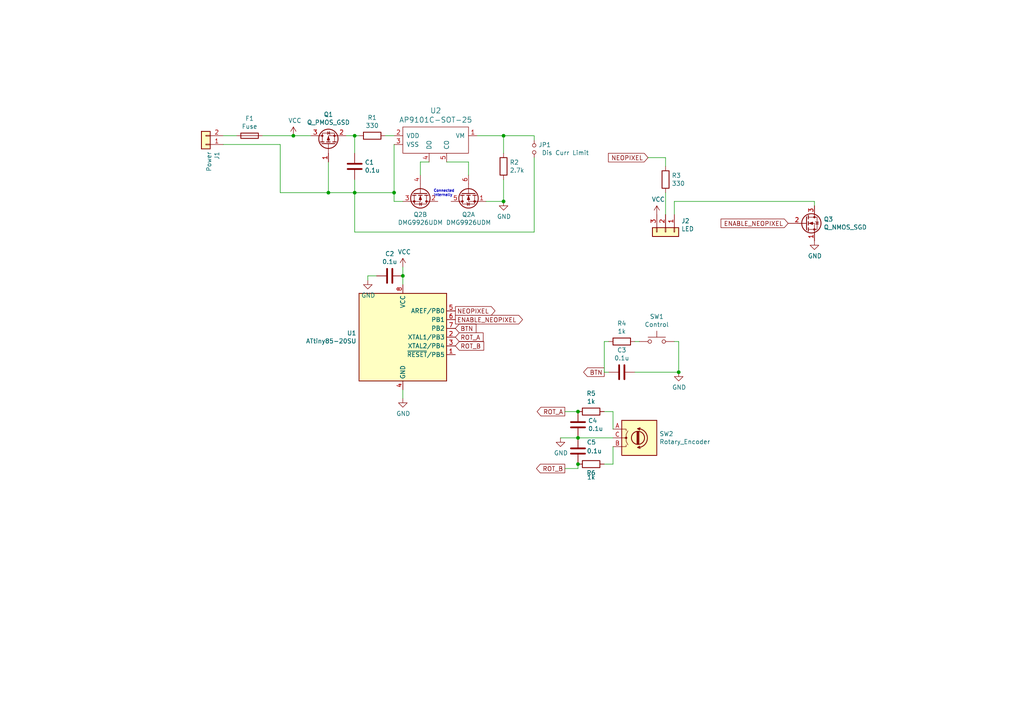
<source format=kicad_sch>
(kicad_sch (version 20230121) (generator eeschema)
  (paper "A4")
  (lib_symbols
    (symbol "Connector_Generic:Conn_01x02" (pin_names (offset 1.016) hide)
      (property "Reference" "J" (at 0 2.54 0))
      (property "Value" "Conn_01x02" (at 0 -5.08 0))
      (symbol "Conn_01x02_1_1"
        (rectangle (start -1.27 -2.413) (end 0 -2.667) (stroke (width 0.1524)))
        (rectangle (start -1.27 0.127) (end 0 -0.127) (stroke (width 0.1524)))
        (rectangle (start -1.27 1.27) (end 1.27 -3.81) (stroke (width 0.254)) (fill (type background)))
        (pin passive line (at -5.08 0 0) (length 3.81) (name "Pin_1") (number "1"))
        (pin passive line (at -5.08 -2.54 0) (length 3.81) (name "Pin_2") (number "2"))
      )
    )
    (symbol "Connector_Generic:Conn_01x03" (pin_names (offset 1.016) hide)
      (property "Reference" "J" (at 0 5.08 0))
      (property "Value" "Conn_01x03" (at 0 -5.08 0))
      (symbol "Conn_01x03_1_1"
        (rectangle (start -1.27 -2.413) (end 0 -2.667) (stroke (width 0.1524)))
        (rectangle (start -1.27 0.127) (end 0 -0.127) (stroke (width 0.1524)))
        (rectangle (start -1.27 2.667) (end 0 2.413) (stroke (width 0.1524)))
        (rectangle (start -1.27 3.81) (end 1.27 -3.81) (stroke (width 0.254)) (fill (type background)))
        (pin passive line (at -5.08 2.54 0) (length 3.81) (name "Pin_1") (number "1"))
        (pin passive line (at -5.08 0 0) (length 3.81) (name "Pin_2") (number "2"))
        (pin passive line (at -5.08 -2.54 0) (length 3.81) (name "Pin_3") (number "3"))
      )
    )
    (symbol "Device:C" (pin_numbers hide) (pin_names (offset 0.254))
      (property "Reference" "C" (at 0.635 2.54 0))
      (property "Value" "C" (at 0.635 -2.54 0))
      (symbol "C_0_1"
        (polyline (pts (xy -2.032 -0.762) (xy 2.032 -0.762)) (stroke (width 0.508)))
        (polyline (pts (xy -2.032 0.762) (xy 2.032 0.762)) (stroke (width 0.508)))
      )
      (symbol "C_1_1"
        (pin passive line (at 0 3.81 270) (length 2.794) (name "~") (number "1"))
        (pin passive line (at 0 -3.81 90) (length 2.794) (name "~") (number "2"))
      )
    )
    (symbol "Device:Fuse" (pin_numbers hide) (pin_names (offset 0))
      (property "Reference" "F" (at 2.032 0 90))
      (property "Value" "Fuse" (at -1.905 0 90))
      (symbol "Fuse_0_1"
        (rectangle (start -0.762 -2.54) (end 0.762 2.54) (stroke (width 0.254)))
        (polyline (pts (xy 0 2.54) (xy 0 -2.54)))
      )
      (symbol "Fuse_1_1"
        (pin passive line (at 0 3.81 270) (length 1.27) (name "~") (number "1"))
        (pin passive line (at 0 -3.81 90) (length 1.27) (name "~") (number "2"))
      )
    )
    (symbol "Device:Q_NMOS_SGD" (pin_names (offset 0) hide)
      (property "Reference" "Q" (at 5.08 1.27 0))
      (property "Value" "Q_NMOS_SGD" (at 5.08 -1.27 0))
      (symbol "Q_NMOS_SGD_0_1"
        (polyline (pts (xy 0.254 0) (xy -2.54 0)))
        (polyline (pts (xy 0.254 1.905) (xy 0.254 -1.905)) (stroke (width 0.254)))
        (polyline (pts (xy 0.762 -1.27) (xy 0.762 -2.286)) (stroke (width 0.254)))
        (polyline (pts (xy 0.762 0.508) (xy 0.762 -0.508)) (stroke (width 0.254)))
        (polyline (pts (xy 0.762 2.286) (xy 0.762 1.27)) (stroke (width 0.254)))
        (polyline (pts (xy 2.54 2.54) (xy 2.54 1.778)))
        (polyline (pts (xy 2.54 -2.54) (xy 2.54 0) (xy 0.762 0)))
        (polyline (pts (xy 0.762 -1.778) (xy 3.302 -1.778) (xy 3.302 1.778) (xy 0.762 1.778)))
        (polyline (pts (xy 1.016 0) (xy 2.032 0.381) (xy 2.032 -0.381) (xy 1.016 0)) (fill (type outline)))
        (polyline (pts (xy 2.794 0.508) (xy 2.921 0.381) (xy 3.683 0.381) (xy 3.81 0.254)))
        (polyline (pts (xy 3.302 0.381) (xy 2.921 -0.254) (xy 3.683 -0.254) (xy 3.302 0.381)))
        (circle (center 1.651 0) (radius 2.794) (stroke (width 0.254)))
        (circle (center 2.54 -1.778) (radius 0.254) (fill (type outline)))
        (circle (center 2.54 1.778) (radius 0.254) (fill (type outline)))
      )
      (symbol "Q_NMOS_SGD_1_1"
        (pin passive line (at 2.54 -5.08 90) (length 2.54) (name "S") (number "1"))
        (pin input line (at -5.08 0 0) (length 5.08) (name "G") (number "2"))
        (pin passive line (at 2.54 5.08 270) (length 2.54) (name "D") (number "3"))
      )
    )
    (symbol "Device:Q_PMOS_GSD" (pin_names (offset 0) hide)
      (property "Reference" "Q" (at 5.08 1.27 0))
      (property "Value" "Q_PMOS_GSD" (at 5.08 -1.27 0))
      (symbol "Q_PMOS_GSD_0_1"
        (polyline (pts (xy 0.254 0) (xy -2.54 0)))
        (polyline (pts (xy 0.254 1.905) (xy 0.254 -1.905)) (stroke (width 0.254)))
        (polyline (pts (xy 0.762 -1.27) (xy 0.762 -2.286)) (stroke (width 0.254)))
        (polyline (pts (xy 0.762 0.508) (xy 0.762 -0.508)) (stroke (width 0.254)))
        (polyline (pts (xy 0.762 2.286) (xy 0.762 1.27)) (stroke (width 0.254)))
        (polyline (pts (xy 2.54 2.54) (xy 2.54 1.778)))
        (polyline (pts (xy 2.54 -2.54) (xy 2.54 0) (xy 0.762 0)))
        (polyline (pts (xy 0.762 1.778) (xy 3.302 1.778) (xy 3.302 -1.778) (xy 0.762 -1.778)))
        (polyline (pts (xy 2.286 0) (xy 1.27 0.381) (xy 1.27 -0.381) (xy 2.286 0)) (fill (type outline)))
        (polyline (pts (xy 2.794 -0.508) (xy 2.921 -0.381) (xy 3.683 -0.381) (xy 3.81 -0.254)))
        (polyline (pts (xy 3.302 -0.381) (xy 2.921 0.254) (xy 3.683 0.254) (xy 3.302 -0.381)))
        (circle (center 1.651 0) (radius 2.794) (stroke (width 0.254)))
        (circle (center 2.54 -1.778) (radius 0.254) (fill (type outline)))
        (circle (center 2.54 1.778) (radius 0.254) (fill (type outline)))
      )
      (symbol "Q_PMOS_GSD_1_1"
        (pin input line (at -5.08 0 0) (length 2.54) (name "G") (number "1"))
        (pin passive line (at 2.54 -5.08 90) (length 2.54) (name "S") (number "2"))
        (pin passive line (at 2.54 5.08 270) (length 2.54) (name "D") (number "3"))
      )
    )
    (symbol "Device:R" (pin_numbers hide) (pin_names (offset 0))
      (property "Reference" "R" (at 2.032 0 90))
      (property "Value" "R" (at 0 0 90))
      (symbol "R_0_1"
        (rectangle (start -1.016 -2.54) (end 1.016 2.54) (stroke (width 0.254)))
      )
      (symbol "R_1_1"
        (pin passive line (at 0 3.81 270) (length 1.27) (name "~") (number "1"))
        (pin passive line (at 0 -3.81 90) (length 1.27) (name "~") (number "2"))
      )
    )
    (symbol "Switch:SW_Push" (pin_numbers hide) (pin_names (offset 1.016) hide)
      (property "Reference" "SW" (at 1.27 2.54 0))
      (property "Value" "SW_Push" (at 0 -1.524 0))
      (symbol "SW_Push_0_1"
        (circle (center -2.032 0) (radius 0.508))
        (polyline (pts (xy 0 1.27) (xy 0 3.048)))
        (polyline (pts (xy 2.54 1.27) (xy -2.54 1.27)))
        (circle (center 2.032 0) (radius 0.508))
        (pin passive line (at -5.08 0 0) (length 2.54) (name "1") (number "1"))
        (pin passive line (at 5.08 0 180) (length 2.54) (name "2") (number "2"))
      )
    )
    (symbol "molotok-rescue:AP9101C-SOT-25-coddingtonbear" (pin_names (offset 1.016))
      (property "Reference" "U" (at -8.89 -6.35 0))
      (property "Value" "coddingtonbear_AP9101C-SOT-25" (at 0 6.35 0))
      (symbol "AP9101C-SOT-25-coddingtonbear_0_1"
        (rectangle (start -10.16 3.81) (end 8.89 -3.81))
      )
      (symbol "AP9101C-SOT-25-coddingtonbear_1_1"
        (pin input line (at 11.43 1.27 180) (length 2.54) (name "VM") (number "1"))
        (pin power_in line (at -12.7 1.27 0) (length 2.54) (name "VDD") (number "2"))
        (pin power_in line (at -12.7 -1.27 0) (length 2.54) (name "VSS") (number "3"))
        (pin output line (at -2.54 -6.35 90) (length 2.54) (name "DO") (number "4"))
        (pin output line (at 2.54 -6.35 90) (length 2.54) (name "CO") (number "5"))
      )
    )
    (symbol "molotok-rescue:ATtiny85-20SU-MCU_Microchip_ATtiny"
      (property "Reference" "U" (at -12.7 13.97 0))
      (property "Value" "MCU_Microchip_ATtiny_ATtiny85-20SU" (at 2.54 -13.97 0))
      (symbol "ATtiny85-20SU-MCU_Microchip_ATtiny_0_1"
        (rectangle (start -12.7 -12.7) (end 12.7 12.7) (stroke (width 0.254)) (fill (type background)))
      )
      (symbol "ATtiny85-20SU-MCU_Microchip_ATtiny_1_1"
        (pin tri_state line (at 15.24 -5.08 180) (length 2.54) (name "~{RESET}/PB5") (number "1"))
        (pin tri_state line (at 15.24 0 180) (length 2.54) (name "XTAL1/PB3") (number "2"))
        (pin tri_state line (at 15.24 -2.54 180) (length 2.54) (name "XTAL2/PB4") (number "3"))
        (pin power_in line (at 0 -15.24 90) (length 2.54) (name "GND") (number "4"))
        (pin tri_state line (at 15.24 7.62 180) (length 2.54) (name "AREF/PB0") (number "5"))
        (pin tri_state line (at 15.24 5.08 180) (length 2.54) (name "PB1") (number "6"))
        (pin tri_state line (at 15.24 2.54 180) (length 2.54) (name "PB2") (number "7"))
        (pin power_in line (at 0 15.24 270) (length 2.54) (name "VCC") (number "8"))
      )
    )
    (symbol "molotok-rescue:DMG9926UDM-coddingtonbear" (pin_names (offset 0) hide)
      (property "Reference" "Q" (at 5.08 1.905 0))
      (property "Value" "coddingtonbear_DMG9926UDM" (at 5.08 0 0))
      (symbol "DMG9926UDM-coddingtonbear_0_1"
        (polyline (pts (xy -2.54 0) (xy 0.254 0)))
        (polyline (pts (xy 0.762 -1.778) (xy 2.54 -1.778)))
        (polyline (pts (xy 0.762 -1.27) (xy 0.762 -2.286)) (stroke (width 0.254)))
        (polyline (pts (xy 0.762 0) (xy 2.54 0)))
        (polyline (pts (xy 0.762 0.508) (xy 0.762 -0.508)) (stroke (width 0.254)))
        (polyline (pts (xy 0.762 1.778) (xy 2.54 1.778)))
        (polyline (pts (xy 0.762 2.286) (xy 0.762 1.27)) (stroke (width 0.254)))
        (polyline (pts (xy 2.54 -1.778) (xy 2.54 -2.54)))
        (polyline (pts (xy 2.54 -1.778) (xy 2.54 0)))
        (polyline (pts (xy 2.54 2.54) (xy 2.54 1.778)))
        (polyline (pts (xy 0.254 1.905) (xy 0.254 -1.905) (xy 0.254 -1.905)) (stroke (width 0.254)))
        (polyline (pts (xy 1.016 0) (xy 2.032 0.381) (xy 2.032 -0.381) (xy 1.016 0)) (fill (type outline)))
        (polyline (pts (xy 2.54 -1.778) (xy 3.302 -1.778) (xy 3.302 1.778) (xy 2.54 1.778)))
        (polyline (pts (xy 2.794 0.508) (xy 2.921 0.381) (xy 3.683 0.381) (xy 3.81 0.254)))
        (polyline (pts (xy 3.302 0.381) (xy 2.921 -0.254) (xy 3.683 -0.254) (xy 3.302 0.381)))
        (circle (center 1.651 0) (radius 2.8194) (stroke (width 0.254)))
        (circle (center 2.54 -1.778) (radius 0.2794) (fill (type outline)))
        (circle (center 2.54 1.778) (radius 0.2794) (fill (type outline)))
      )
      (symbol "DMG9926UDM-coddingtonbear_1_1"
        (pin passive line (at 2.54 -5.08 90) (length 2.54) (name "S") (number "1"))
        (pin passive line (at 2.54 5.08 270) (length 2.54) (name "D") (number "5"))
        (pin passive line (at -5.08 0 0) (length 2.54) (name "G") (number "6"))
      )
      (symbol "DMG9926UDM-coddingtonbear_2_1"
        (pin passive line (at 2.54 5.08 270) (length 2.54) (name "D") (number "2"))
        (pin passive line (at 2.54 -5.08 90) (length 2.54) (name "S") (number "3"))
        (pin passive line (at -5.08 0 0) (length 2.54) (name "G") (number "4"))
      )
    )
    (symbol "molotok-rescue:Jumper_NO_Small-Device" (pin_numbers hide) (pin_names (offset 0.762) hide)
      (property "Reference" "JP" (at 0 2.032 0))
      (property "Value" "Device_Jumper_NO_Small" (at 0.254 -1.524 0))
      (symbol "Jumper_NO_Small-Device_0_1"
        (circle (center -1.016 0) (radius 0.508))
        (circle (center 1.016 0) (radius 0.508))
        (pin passive line (at -2.54 0 0) (length 1.016) (name "1") (number "1"))
        (pin passive line (at 2.54 0 180) (length 1.016) (name "2") (number "2"))
      )
    )
    (symbol "molotok-rescue:Rotary_Encoder-Device" (pin_names (offset 0.254) hide)
      (property "Reference" "SW" (at 0 6.604 0))
      (property "Value" "Device_Rotary_Encoder" (at 0 -6.604 0))
      (symbol "Rotary_Encoder-Device_0_1"
        (rectangle (start -5.08 5.08) (end 5.08 -5.08) (stroke (width 0.254)) (fill (type background)))
        (circle (center -3.81 0) (radius 0.254) (fill (type outline)))
        (arc (start -0.381 -2.794) (mid 2.3376 -0.0635) (end -0.381 2.667) (stroke (width 0.254)))
        (circle (center -0.381 0) (radius 1.905) (stroke (width 0.254)))
        (polyline (pts (xy -0.635 -1.778) (xy -0.635 1.778)) (stroke (width 0.254)))
        (polyline (pts (xy -0.381 -1.778) (xy -0.381 1.778)) (stroke (width 0.254)))
        (polyline (pts (xy -0.127 1.778) (xy -0.127 -1.778)) (stroke (width 0.254)))
        (polyline (pts (xy -5.08 -2.54) (xy -3.81 -2.54) (xy -3.81 -2.032)))
        (polyline (pts (xy -5.08 2.54) (xy -3.81 2.54) (xy -3.81 2.032)))
        (polyline (pts (xy 0.254 -3.048) (xy -0.508 -2.794) (xy 0.127 -2.413)) (stroke (width 0.254)))
        (polyline (pts (xy 0.254 2.921) (xy -0.508 2.667) (xy 0.127 2.286)) (stroke (width 0.254)))
        (polyline (pts (xy -5.08 0) (xy -3.81 0) (xy -3.81 -1.016) (xy -3.302 -2.032)))
        (polyline (pts (xy -4.318 0) (xy -3.81 0) (xy -3.81 1.016) (xy -3.302 2.032)))
      )
      (symbol "Rotary_Encoder-Device_1_1"
        (pin passive line (at -7.62 2.54 0) (length 2.54) (name "A") (number "A"))
        (pin passive line (at -7.62 -2.54 0) (length 2.54) (name "B") (number "B"))
        (pin passive line (at -7.62 0 0) (length 2.54) (name "C") (number "C"))
      )
    )
    (symbol "power:GND" (power) (pin_names (offset 0))
      (property "Value" "GND" (at 0 -3.81 0))
      (symbol "GND_0_1"
        (polyline (pts (xy 0 0) (xy 0 -1.27) (xy 1.27 -1.27) (xy 0 -2.54) (xy -1.27 -1.27) (xy 0 -1.27)))
      )
      (symbol "GND_1_1"
        (pin power_in line (at 0 0 270) (length 0) hide (name "GND") (number "1"))
      )
    )
    (symbol "power:VCC" (power) (pin_names (offset 0))
      (property "Value" "VCC" (at 0 3.81 0))
      (symbol "VCC_0_1"
        (polyline (pts (xy -0.762 1.27) (xy 0 2.54)))
        (polyline (pts (xy 0 0) (xy 0 2.54)))
        (polyline (pts (xy 0 2.54) (xy 0.762 1.27)))
      )
      (symbol "VCC_1_1"
        (pin power_in line (at 0 0 90) (length 0) hide (name "VCC") (number "1"))
      )
    )
  )
  (junction (at 102.87 39.37))
  (junction (at 114.3 55.88))
  (junction (at 146.05 39.37))
  (junction (at 95.25 55.88))
  (junction (at 196.85 107.95))
  (junction (at 167.64 127))
  (junction (at 102.87 55.88))
  (junction (at 116.84 80.01))
  (junction (at 146.05 58.42))
  (junction (at 167.64 119.38))
  (junction (at 85.09 39.37))
  (junction (at 167.64 134.62))
  (wire (pts (xy 81.28 41.91) (xy 81.28 55.88)))
  (wire (pts (xy 195.58 62.23) (xy 195.58 58.42)))
  (wire (pts (xy 95.25 55.88) (xy 81.28 55.88)))
  (wire (pts (xy 104.14 39.37) (xy 102.87 39.37)))
  (wire (pts (xy 116.84 115.57) (xy 116.84 113.03)))
  (wire (pts (xy 68.58 39.37) (xy 64.77 39.37)))
  (wire (pts (xy 196.85 99.06) (xy 196.85 107.95)))
  (wire (pts (xy 138.43 39.37) (xy 146.05 39.37)))
  (wire (pts (xy 85.09 39.37) (xy 90.17 39.37)))
  (wire (pts (xy 106.68 80.01) (xy 106.68 81.28)))
  (wire (pts (xy 193.04 62.23) (xy 193.04 55.88)))
  (wire (pts (xy 177.8 134.62) (xy 175.26 134.62)))
  (wire (pts (xy 116.84 80.01) (xy 116.84 82.55)))
  (wire (pts (xy 185.42 99.06) (xy 184.15 99.06)))
  (wire (pts (xy 102.87 44.45) (xy 102.87 39.37)))
  (wire (pts (xy 102.87 55.88) (xy 95.25 55.88)))
  (wire (pts (xy 64.77 41.91) (xy 81.28 41.91)))
  (wire (pts (xy 154.94 39.37) (xy 154.94 40.64)))
  (wire (pts (xy 124.46 46.99) (xy 121.92 46.99)))
  (wire (pts (xy 176.53 99.06) (xy 175.26 99.06)))
  (wire (pts (xy 187.96 45.72) (xy 193.04 45.72)))
  (wire (pts (xy 146.05 39.37) (xy 146.05 44.45)))
  (wire (pts (xy 175.26 99.06) (xy 175.26 107.95)))
  (wire (pts (xy 102.87 55.88) (xy 114.3 55.88)))
  (wire (pts (xy 95.25 46.99) (xy 95.25 55.88)))
  (wire (pts (xy 177.8 129.54) (xy 177.8 134.62)))
  (wire (pts (xy 146.05 52.07) (xy 146.05 58.42)))
  (wire (pts (xy 146.05 39.37) (xy 154.94 39.37)))
  (wire (pts (xy 177.8 119.38) (xy 175.26 119.38)))
  (wire (pts (xy 76.2 39.37) (xy 85.09 39.37)))
  (wire (pts (xy 184.15 107.95) (xy 196.85 107.95)))
  (wire (pts (xy 114.3 55.88) (xy 114.3 41.91)))
  (wire (pts (xy 140.97 58.42) (xy 146.05 58.42)))
  (wire (pts (xy 154.94 67.31) (xy 102.87 67.31)))
  (wire (pts (xy 175.26 107.95) (xy 176.53 107.95)))
  (wire (pts (xy 111.76 39.37) (xy 114.3 39.37)))
  (wire (pts (xy 116.84 77.47) (xy 116.84 80.01)))
  (wire (pts (xy 102.87 52.07) (xy 102.87 55.88)))
  (wire (pts (xy 195.58 99.06) (xy 196.85 99.06)))
  (wire (pts (xy 236.22 58.42) (xy 236.22 59.69)))
  (wire (pts (xy 193.04 45.72) (xy 193.04 48.26)))
  (wire (pts (xy 116.84 58.42) (xy 114.3 58.42)))
  (wire (pts (xy 167.64 119.38) (xy 163.83 119.38)))
  (wire (pts (xy 129.54 46.99) (xy 135.89 46.99)))
  (wire (pts (xy 114.3 58.42) (xy 114.3 55.88)))
  (wire (pts (xy 135.89 46.99) (xy 135.89 50.8)))
  (wire (pts (xy 102.87 67.31) (xy 102.87 55.88)))
  (wire (pts (xy 167.64 135.89) (xy 167.64 134.62)))
  (wire (pts (xy 102.87 39.37) (xy 100.33 39.37)))
  (wire (pts (xy 177.8 127) (xy 167.64 127)))
  (wire (pts (xy 121.92 46.99) (xy 121.92 50.8)))
  (wire (pts (xy 154.94 45.72) (xy 154.94 67.31)))
  (wire (pts (xy 163.83 135.89) (xy 167.64 135.89)))
  (wire (pts (xy 109.22 80.01) (xy 106.68 80.01)))
  (wire (pts (xy 162.56 127) (xy 167.64 127)))
  (wire (pts (xy 195.58 58.42) (xy 236.22 58.42)))
  (wire (pts (xy 177.8 124.46) (xy 177.8 119.38)))
  (text "Connected\nInternally" (at 125.73 57.15 0) (effects (font (size 0.762 0.762)) (justify left bottom)))
  (global_label "ENABLE_NEOPIXEL" (shape input) (at 228.6 64.77 180) (property "Intersheetrefs" "${INTERSHEET_REFS}" (effects hide)))
  (global_label "NEOPIXEL" (shape input) (at 187.96 45.72 180) (property "Intersheetrefs" "${INTERSHEET_REFS}" (effects hide)))
  (global_label "ROT_A" (shape input) (at 132.08 97.79 0) (property "Intersheetrefs" "${INTERSHEET_REFS}" (effects hide)))
  (global_label "ENABLE_NEOPIXEL" (shape output) (at 132.08 92.71 0) (property "Intersheetrefs" "${INTERSHEET_REFS}" (effects hide)))
  (global_label "NEOPIXEL" (shape output) (at 132.08 90.17 0) (property "Intersheetrefs" "${INTERSHEET_REFS}" (effects hide)))
  (global_label "BTN" (shape output) (at 175.26 107.95 180) (property "Intersheetrefs" "${INTERSHEET_REFS}" (effects hide)))
  (global_label "ROT_B" (shape output) (at 163.83 135.89 180) (property "Intersheetrefs" "${INTERSHEET_REFS}" (effects hide)))
  (global_label "ROT_B" (shape input) (at 132.08 100.33 0) (property "Intersheetrefs" "${INTERSHEET_REFS}" (effects hide)))
  (global_label "ROT_A" (shape output) (at 163.83 119.38 180) (property "Intersheetrefs" "${INTERSHEET_REFS}" (effects hide)))
  (global_label "BTN" (shape input) (at 132.08 95.25 0) (property "Intersheetrefs" "${INTERSHEET_REFS}" (effects hide)))
  (symbol (lib_id "molotok-rescue:ATtiny85-20SU-MCU_Microchip_ATtiny") (at 116.84 97.79 0) (unit 1)
    (property "Reference" "U1" (at 103.378 96.6216 0) (effects (justify right)))
    (property "Value" "ATtiny85-20SU" (at 103.378 98.933 0) (effects (justify right)))
    (property "Footprint" "Package_SO:SOIJ-8_5.3x5.3mm_P1.27mm" (effects hide))
    (property "Datasheet" "http://ww1.microchip.com/downloads/en/DeviceDoc/atmel-2586-avr-8-bit-microcontroller-attiny25-attiny45-attiny85_datasheet.pdf" (effects hide))
  )
  (symbol (lib_id "Connector_Generic:Conn_01x02") (at 59.69 41.91 180) (unit 1)
    (property "Reference" "J1" (at 62.9158 43.942 90) (effects (justify left)))
    (property "Value" "Power" (at 60.6044 43.942 90) (effects (justify left)))
    (property "Footprint" "coddingtonbear:JST_XH_B02B-XH-A_02x2.50mm_Straight_LargePads" (effects hide))
  )
  (symbol (lib_id "Connector_Generic:Conn_01x03") (at 193.04 67.31 270) (unit 1)
    (property "Reference" "J2" (at 197.612 64.0842 90) (effects (justify left)))
    (property "Value" "LED" (at 197.612 66.3956 90) (effects (justify left)))
    (property "Footprint" "coddingtonbear:JST_XH_B03B-XH-A_03x2.50mm_Straight_LargePads" (effects hide))
  )
  (symbol (lib_id "power:GND") (at 236.22 69.85 0) (unit 1)
    (property "Reference" "#PWR0101" (effects hide))
    (property "Value" "GND" (at 236.347 74.2442 0))
  )
  (symbol (lib_id "power:VCC") (at 85.09 39.37 0) (unit 1)
    (property "Reference" "#PWR0102" (effects hide))
    (property "Value" "VCC" (at 85.5218 34.9758 0))
  )
  (symbol (lib_id "power:GND") (at 146.05 58.42 0) (unit 1)
    (property "Reference" "#PWR0103" (effects hide))
    (property "Value" "GND" (at 146.177 62.8142 0))
  )
  (symbol (lib_id "power:VCC") (at 190.5 62.23 0) (unit 1)
    (property "Reference" "#PWR0104" (effects hide))
    (property "Value" "VCC" (at 190.9318 57.8358 0))
  )
  (symbol (lib_id "Device:R") (at 193.04 52.07 0) (unit 1)
    (property "Reference" "R3" (at 194.818 50.9016 0) (effects (justify left)))
    (property "Value" "330" (at 194.818 53.213 0) (effects (justify left)))
    (property "Footprint" "coddingtonbear:0805_Milling" (effects hide))
  )
  (symbol (lib_id "molotok-rescue:AP9101C-SOT-25-coddingtonbear") (at 127 40.64 0) (unit 1)
    (property "Reference" "U2" (at 126.365 32.0802 0) (effects (font (size 1.524 1.524))))
    (property "Value" "AP9101C-SOT-25" (at 126.365 34.7726 0) (effects (font (size 1.524 1.524))))
    (property "Footprint" "Package_TO_SOT_SMD:SOT-23-5_HandSoldering" (effects hide))
  )
  (symbol (lib_id "Device:Q_PMOS_GSD") (at 95.25 41.91 90) (unit 1)
    (property "Reference" "Q1" (at 95.25 33.1978 90))
    (property "Value" "Q_PMOS_GSD" (at 95.25 35.5092 90))
    (property "Footprint" "Package_TO_SOT_SMD:SuperSOT-3" (effects hide))
  )
  (symbol (lib_id "Device:R") (at 107.95 39.37 270) (unit 1)
    (property "Reference" "R1" (at 107.95 34.1122 90))
    (property "Value" "330" (at 107.95 36.4236 90))
    (property "Footprint" "coddingtonbear:0805_Milling" (effects hide))
  )
  (symbol (lib_id "Device:C") (at 102.87 48.26 0) (unit 1)
    (property "Reference" "C1" (at 105.791 47.0916 0) (effects (justify left)))
    (property "Value" "0.1u" (at 105.791 49.403 0) (effects (justify left)))
    (property "Footprint" "coddingtonbear:0805_Milling" (effects hide))
  )
  (symbol (lib_id "molotok-rescue:DMG9926UDM-coddingtonbear") (at 121.92 55.88 270) (unit 2)
    (property "Reference" "Q2" (at 121.92 62.23 90))
    (property "Value" "DMG9926UDM" (at 121.92 64.5414 90))
    (property "Footprint" "Package_TO_SOT_SMD:SOT-23-6_Handsoldering" (effects hide))
    (property "Datasheet" "http://www.fairchildsemi.com/ds/FD/FDG1024NZ.pdf" (effects hide))
  )
  (symbol (lib_id "molotok-rescue:DMG9926UDM-coddingtonbear") (at 135.89 55.88 90) (mirror x) (unit 1)
    (property "Reference" "Q2" (at 135.89 62.23 90))
    (property "Value" "DMG9926UDM" (at 135.89 64.5414 90))
    (property "Footprint" "Package_TO_SOT_SMD:SOT-23-6_Handsoldering" (effects hide))
    (property "Datasheet" "http://www.fairchildsemi.com/ds/FD/FDG1024NZ.pdf" (effects hide))
  )
  (symbol (lib_id "Device:R") (at 146.05 48.26 0) (unit 1)
    (property "Reference" "R2" (at 147.828 47.0916 0) (effects (justify left)))
    (property "Value" "2.7k" (at 147.828 49.403 0) (effects (justify left)))
    (property "Footprint" "coddingtonbear:0805_Milling" (effects hide))
  )
  (symbol (lib_id "power:VCC") (at 116.84 77.47 0) (unit 1)
    (property "Reference" "#PWR0105" (effects hide))
    (property "Value" "VCC" (at 117.2718 73.0758 0))
  )
  (symbol (lib_id "Device:C") (at 113.03 80.01 90) (unit 1)
    (property "Reference" "C2" (at 113.03 73.6092 90))
    (property "Value" "0.1u" (at 113.03 75.9206 90))
    (property "Footprint" "coddingtonbear:0805_Milling" (effects hide))
  )
  (symbol (lib_id "power:GND") (at 106.68 81.28 0) (unit 1)
    (property "Reference" "#PWR0106" (effects hide))
    (property "Value" "GND" (at 106.807 85.6742 0))
  )
  (symbol (lib_id "power:GND") (at 116.84 115.57 0) (unit 1)
    (property "Reference" "#PWR0107" (effects hide))
    (property "Value" "GND" (at 116.967 119.9642 0))
  )
  (symbol (lib_id "Switch:SW_Push") (at 190.5 99.06 0) (unit 1)
    (property "Reference" "SW1" (at 190.5 91.821 0))
    (property "Value" "Control" (at 190.5 94.1324 0))
    (property "Footprint" "coddingtonbear:SMD_RED_TACTILE_SWITCH" (effects hide))
  )
  (symbol (lib_id "power:GND") (at 196.85 107.95 0) (unit 1)
    (property "Reference" "#PWR0110" (effects hide))
    (property "Value" "GND" (at 196.977 112.3442 0))
  )
  (symbol (lib_id "Device:R") (at 180.34 99.06 270) (unit 1)
    (property "Reference" "R4" (at 180.34 93.8022 90))
    (property "Value" "1k" (at 180.34 96.1136 90))
    (property "Footprint" "coddingtonbear:0805_Milling" (effects hide))
  )
  (symbol (lib_id "Device:C") (at 180.34 107.95 90) (unit 1)
    (property "Reference" "C3" (at 180.34 101.5492 90))
    (property "Value" "0.1u" (at 180.34 103.8606 90))
    (property "Footprint" "coddingtonbear:0805_Milling" (effects hide))
  )
  (symbol (lib_id "molotok-rescue:Jumper_NO_Small-Device") (at 154.94 43.18 270) (unit 1)
    (property "Reference" "JP1" (at 156.1592 42.0116 90) (effects (justify left)))
    (property "Value" " Dis Curr Limit" (at 156.1592 44.323 90) (effects (justify left)))
    (property "Footprint" "Jumper:SolderJumper-2_P1.3mm_Open_RoundedPad1.0x1.5mm" (effects hide))
  )
  (symbol (lib_id "molotok-rescue:Rotary_Encoder-Device") (at 185.42 127 0) (unit 1)
    (property "Reference" "SW2" (at 191.2366 125.8316 0) (effects (justify left)))
    (property "Value" "Rotary_Encoder" (at 191.2366 128.143 0) (effects (justify left)))
    (property "Footprint" "coddingtonbear:PES12" (effects hide))
  )
  (symbol (lib_id "power:GND") (at 162.56 127 0) (unit 1)
    (property "Reference" "#PWR0108" (effects hide))
    (property "Value" "GND" (at 162.687 131.3942 0))
  )
  (symbol (lib_id "Device:C") (at 167.64 123.19 0) (unit 1)
    (property "Reference" "C4" (at 170.561 122.0216 0) (effects (justify left)))
    (property "Value" "0.1u" (at 170.561 124.333 0) (effects (justify left)))
    (property "Footprint" "coddingtonbear:0805_Milling" (effects hide))
  )
  (symbol (lib_id "Device:C") (at 167.64 130.81 0) (unit 1)
    (property "Reference" "C5" (at 170.18 128.27 0) (effects (justify left)))
    (property "Value" "0.1u" (at 170.18 130.81 0) (effects (justify left)))
    (property "Footprint" "coddingtonbear:0805_Milling" (effects hide))
  )
  (symbol (lib_id "Device:R") (at 171.45 119.38 270) (unit 1)
    (property "Reference" "R5" (at 171.45 114.1222 90))
    (property "Value" "1k" (at 171.45 116.4336 90))
    (property "Footprint" "coddingtonbear:0805_Milling" (effects hide))
  )
  (symbol (lib_id "Device:R") (at 171.45 134.62 270) (unit 1)
    (property "Reference" "R6" (at 171.45 137.16 90))
    (property "Value" "1k" (at 171.45 138.43 90))
    (property "Footprint" "coddingtonbear:0805_Milling" (effects hide))
  )
  (symbol (lib_id "Device:Q_NMOS_SGD") (at 233.68 64.77 0) (unit 1)
    (property "Reference" "Q3" (at 238.887 63.6016 0) (effects (justify left)))
    (property "Value" "Q_NMOS_SGD" (at 238.887 65.913 0) (effects (justify left)))
    (property "Footprint" "coddingtonbear:PSMN5R4-25YLD" (effects hide))
  )
  (symbol (lib_id "Device:Fuse") (at 72.39 39.37 270) (unit 1)
    (property "Reference" "F1" (at 72.39 34.3662 90))
    (property "Value" "Fuse" (at 72.39 36.6776 90))
    (property "Footprint" "Resistor_SMD:R_1206_3216Metric_Pad1.42x1.75mm_HandSolder" (effects hide))
  )
)
</source>
